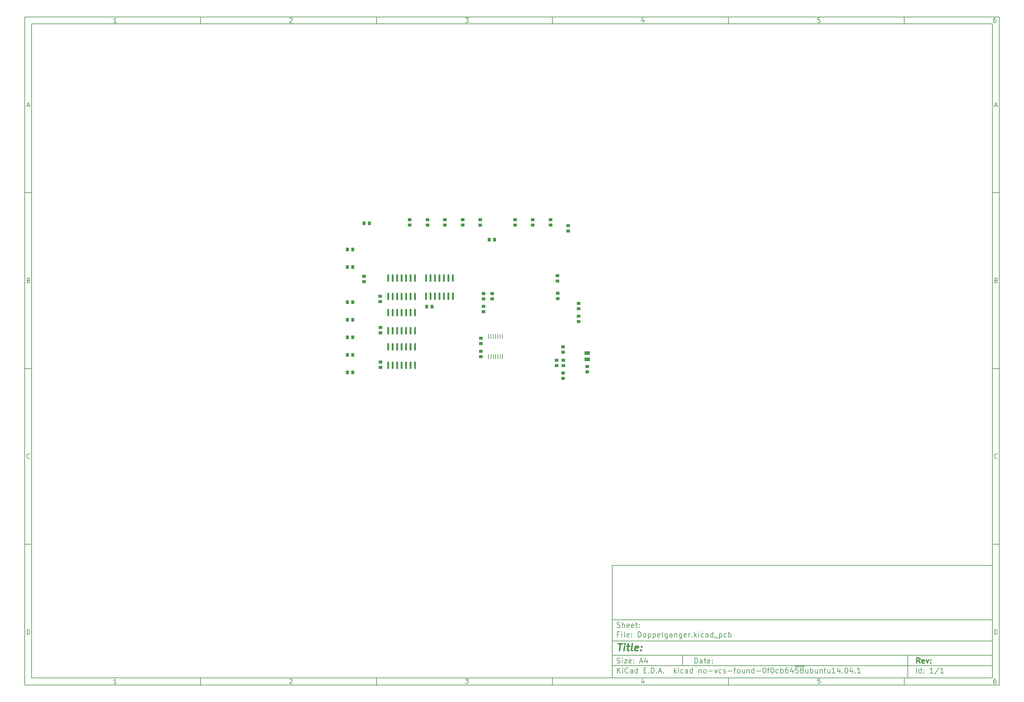
<source format=gbp>
G04 #@! TF.GenerationSoftware,KiCad,Pcbnew,no-vcs-found-0f0cb64~58~ubuntu14.04.1*
G04 #@! TF.CreationDate,2017-03-27T23:46:48+02:00*
G04 #@! TF.ProjectId,Doppelganger,446F7070656C67616E6765722E6B6963,rev?*
G04 #@! TF.FileFunction,Paste,Bot*
G04 #@! TF.FilePolarity,Positive*
%FSLAX46Y46*%
G04 Gerber Fmt 4.6, Leading zero omitted, Abs format (unit mm)*
G04 Created by KiCad (PCBNEW no-vcs-found-0f0cb64~58~ubuntu14.04.1) date Mon Mar 27 23:46:48 2017*
%MOMM*%
%LPD*%
G01*
G04 APERTURE LIST*
%ADD10C,0.100000*%
%ADD11C,0.150000*%
%ADD12C,0.300000*%
%ADD13C,0.400000*%
%ADD14R,0.864400X1.016800*%
%ADD15R,1.016800X0.864400*%
%ADD16R,0.550000X2.150000*%
%ADD17R,0.250000X1.450000*%
%ADD18R,1.524800X1.016800*%
G04 APERTURE END LIST*
D10*
D11*
X177002200Y-166007200D02*
X177002200Y-198007200D01*
X285002200Y-198007200D01*
X285002200Y-166007200D01*
X177002200Y-166007200D01*
D10*
D11*
X10000000Y-10000000D02*
X10000000Y-200007200D01*
X287002200Y-200007200D01*
X287002200Y-10000000D01*
X10000000Y-10000000D01*
D10*
D11*
X12000000Y-12000000D02*
X12000000Y-198007200D01*
X285002200Y-198007200D01*
X285002200Y-12000000D01*
X12000000Y-12000000D01*
D10*
D11*
X60000000Y-12000000D02*
X60000000Y-10000000D01*
D10*
D11*
X110000000Y-12000000D02*
X110000000Y-10000000D01*
D10*
D11*
X160000000Y-12000000D02*
X160000000Y-10000000D01*
D10*
D11*
X210000000Y-12000000D02*
X210000000Y-10000000D01*
D10*
D11*
X260000000Y-12000000D02*
X260000000Y-10000000D01*
D10*
D11*
X36065476Y-11588095D02*
X35322619Y-11588095D01*
X35694047Y-11588095D02*
X35694047Y-10288095D01*
X35570238Y-10473809D01*
X35446428Y-10597619D01*
X35322619Y-10659523D01*
D10*
D11*
X85322619Y-10411904D02*
X85384523Y-10350000D01*
X85508333Y-10288095D01*
X85817857Y-10288095D01*
X85941666Y-10350000D01*
X86003571Y-10411904D01*
X86065476Y-10535714D01*
X86065476Y-10659523D01*
X86003571Y-10845238D01*
X85260714Y-11588095D01*
X86065476Y-11588095D01*
D10*
D11*
X135260714Y-10288095D02*
X136065476Y-10288095D01*
X135632142Y-10783333D01*
X135817857Y-10783333D01*
X135941666Y-10845238D01*
X136003571Y-10907142D01*
X136065476Y-11030952D01*
X136065476Y-11340476D01*
X136003571Y-11464285D01*
X135941666Y-11526190D01*
X135817857Y-11588095D01*
X135446428Y-11588095D01*
X135322619Y-11526190D01*
X135260714Y-11464285D01*
D10*
D11*
X185941666Y-10721428D02*
X185941666Y-11588095D01*
X185632142Y-10226190D02*
X185322619Y-11154761D01*
X186127380Y-11154761D01*
D10*
D11*
X236003571Y-10288095D02*
X235384523Y-10288095D01*
X235322619Y-10907142D01*
X235384523Y-10845238D01*
X235508333Y-10783333D01*
X235817857Y-10783333D01*
X235941666Y-10845238D01*
X236003571Y-10907142D01*
X236065476Y-11030952D01*
X236065476Y-11340476D01*
X236003571Y-11464285D01*
X235941666Y-11526190D01*
X235817857Y-11588095D01*
X235508333Y-11588095D01*
X235384523Y-11526190D01*
X235322619Y-11464285D01*
D10*
D11*
X285941666Y-10288095D02*
X285694047Y-10288095D01*
X285570238Y-10350000D01*
X285508333Y-10411904D01*
X285384523Y-10597619D01*
X285322619Y-10845238D01*
X285322619Y-11340476D01*
X285384523Y-11464285D01*
X285446428Y-11526190D01*
X285570238Y-11588095D01*
X285817857Y-11588095D01*
X285941666Y-11526190D01*
X286003571Y-11464285D01*
X286065476Y-11340476D01*
X286065476Y-11030952D01*
X286003571Y-10907142D01*
X285941666Y-10845238D01*
X285817857Y-10783333D01*
X285570238Y-10783333D01*
X285446428Y-10845238D01*
X285384523Y-10907142D01*
X285322619Y-11030952D01*
D10*
D11*
X60000000Y-198007200D02*
X60000000Y-200007200D01*
D10*
D11*
X110000000Y-198007200D02*
X110000000Y-200007200D01*
D10*
D11*
X160000000Y-198007200D02*
X160000000Y-200007200D01*
D10*
D11*
X210000000Y-198007200D02*
X210000000Y-200007200D01*
D10*
D11*
X260000000Y-198007200D02*
X260000000Y-200007200D01*
D10*
D11*
X36065476Y-199595295D02*
X35322619Y-199595295D01*
X35694047Y-199595295D02*
X35694047Y-198295295D01*
X35570238Y-198481009D01*
X35446428Y-198604819D01*
X35322619Y-198666723D01*
D10*
D11*
X85322619Y-198419104D02*
X85384523Y-198357200D01*
X85508333Y-198295295D01*
X85817857Y-198295295D01*
X85941666Y-198357200D01*
X86003571Y-198419104D01*
X86065476Y-198542914D01*
X86065476Y-198666723D01*
X86003571Y-198852438D01*
X85260714Y-199595295D01*
X86065476Y-199595295D01*
D10*
D11*
X135260714Y-198295295D02*
X136065476Y-198295295D01*
X135632142Y-198790533D01*
X135817857Y-198790533D01*
X135941666Y-198852438D01*
X136003571Y-198914342D01*
X136065476Y-199038152D01*
X136065476Y-199347676D01*
X136003571Y-199471485D01*
X135941666Y-199533390D01*
X135817857Y-199595295D01*
X135446428Y-199595295D01*
X135322619Y-199533390D01*
X135260714Y-199471485D01*
D10*
D11*
X185941666Y-198728628D02*
X185941666Y-199595295D01*
X185632142Y-198233390D02*
X185322619Y-199161961D01*
X186127380Y-199161961D01*
D10*
D11*
X236003571Y-198295295D02*
X235384523Y-198295295D01*
X235322619Y-198914342D01*
X235384523Y-198852438D01*
X235508333Y-198790533D01*
X235817857Y-198790533D01*
X235941666Y-198852438D01*
X236003571Y-198914342D01*
X236065476Y-199038152D01*
X236065476Y-199347676D01*
X236003571Y-199471485D01*
X235941666Y-199533390D01*
X235817857Y-199595295D01*
X235508333Y-199595295D01*
X235384523Y-199533390D01*
X235322619Y-199471485D01*
D10*
D11*
X285941666Y-198295295D02*
X285694047Y-198295295D01*
X285570238Y-198357200D01*
X285508333Y-198419104D01*
X285384523Y-198604819D01*
X285322619Y-198852438D01*
X285322619Y-199347676D01*
X285384523Y-199471485D01*
X285446428Y-199533390D01*
X285570238Y-199595295D01*
X285817857Y-199595295D01*
X285941666Y-199533390D01*
X286003571Y-199471485D01*
X286065476Y-199347676D01*
X286065476Y-199038152D01*
X286003571Y-198914342D01*
X285941666Y-198852438D01*
X285817857Y-198790533D01*
X285570238Y-198790533D01*
X285446428Y-198852438D01*
X285384523Y-198914342D01*
X285322619Y-199038152D01*
D10*
D11*
X10000000Y-60000000D02*
X12000000Y-60000000D01*
D10*
D11*
X10000000Y-110000000D02*
X12000000Y-110000000D01*
D10*
D11*
X10000000Y-160000000D02*
X12000000Y-160000000D01*
D10*
D11*
X10690476Y-35216666D02*
X11309523Y-35216666D01*
X10566666Y-35588095D02*
X11000000Y-34288095D01*
X11433333Y-35588095D01*
D10*
D11*
X11092857Y-84907142D02*
X11278571Y-84969047D01*
X11340476Y-85030952D01*
X11402380Y-85154761D01*
X11402380Y-85340476D01*
X11340476Y-85464285D01*
X11278571Y-85526190D01*
X11154761Y-85588095D01*
X10659523Y-85588095D01*
X10659523Y-84288095D01*
X11092857Y-84288095D01*
X11216666Y-84350000D01*
X11278571Y-84411904D01*
X11340476Y-84535714D01*
X11340476Y-84659523D01*
X11278571Y-84783333D01*
X11216666Y-84845238D01*
X11092857Y-84907142D01*
X10659523Y-84907142D01*
D10*
D11*
X11402380Y-135464285D02*
X11340476Y-135526190D01*
X11154761Y-135588095D01*
X11030952Y-135588095D01*
X10845238Y-135526190D01*
X10721428Y-135402380D01*
X10659523Y-135278571D01*
X10597619Y-135030952D01*
X10597619Y-134845238D01*
X10659523Y-134597619D01*
X10721428Y-134473809D01*
X10845238Y-134350000D01*
X11030952Y-134288095D01*
X11154761Y-134288095D01*
X11340476Y-134350000D01*
X11402380Y-134411904D01*
D10*
D11*
X10659523Y-185588095D02*
X10659523Y-184288095D01*
X10969047Y-184288095D01*
X11154761Y-184350000D01*
X11278571Y-184473809D01*
X11340476Y-184597619D01*
X11402380Y-184845238D01*
X11402380Y-185030952D01*
X11340476Y-185278571D01*
X11278571Y-185402380D01*
X11154761Y-185526190D01*
X10969047Y-185588095D01*
X10659523Y-185588095D01*
D10*
D11*
X287002200Y-60000000D02*
X285002200Y-60000000D01*
D10*
D11*
X287002200Y-110000000D02*
X285002200Y-110000000D01*
D10*
D11*
X287002200Y-160000000D02*
X285002200Y-160000000D01*
D10*
D11*
X285692676Y-35216666D02*
X286311723Y-35216666D01*
X285568866Y-35588095D02*
X286002200Y-34288095D01*
X286435533Y-35588095D01*
D10*
D11*
X286095057Y-84907142D02*
X286280771Y-84969047D01*
X286342676Y-85030952D01*
X286404580Y-85154761D01*
X286404580Y-85340476D01*
X286342676Y-85464285D01*
X286280771Y-85526190D01*
X286156961Y-85588095D01*
X285661723Y-85588095D01*
X285661723Y-84288095D01*
X286095057Y-84288095D01*
X286218866Y-84350000D01*
X286280771Y-84411904D01*
X286342676Y-84535714D01*
X286342676Y-84659523D01*
X286280771Y-84783333D01*
X286218866Y-84845238D01*
X286095057Y-84907142D01*
X285661723Y-84907142D01*
D10*
D11*
X286404580Y-135464285D02*
X286342676Y-135526190D01*
X286156961Y-135588095D01*
X286033152Y-135588095D01*
X285847438Y-135526190D01*
X285723628Y-135402380D01*
X285661723Y-135278571D01*
X285599819Y-135030952D01*
X285599819Y-134845238D01*
X285661723Y-134597619D01*
X285723628Y-134473809D01*
X285847438Y-134350000D01*
X286033152Y-134288095D01*
X286156961Y-134288095D01*
X286342676Y-134350000D01*
X286404580Y-134411904D01*
D10*
D11*
X285661723Y-185588095D02*
X285661723Y-184288095D01*
X285971247Y-184288095D01*
X286156961Y-184350000D01*
X286280771Y-184473809D01*
X286342676Y-184597619D01*
X286404580Y-184845238D01*
X286404580Y-185030952D01*
X286342676Y-185278571D01*
X286280771Y-185402380D01*
X286156961Y-185526190D01*
X285971247Y-185588095D01*
X285661723Y-185588095D01*
D10*
D11*
X200434342Y-193785771D02*
X200434342Y-192285771D01*
X200791485Y-192285771D01*
X201005771Y-192357200D01*
X201148628Y-192500057D01*
X201220057Y-192642914D01*
X201291485Y-192928628D01*
X201291485Y-193142914D01*
X201220057Y-193428628D01*
X201148628Y-193571485D01*
X201005771Y-193714342D01*
X200791485Y-193785771D01*
X200434342Y-193785771D01*
X202577200Y-193785771D02*
X202577200Y-193000057D01*
X202505771Y-192857200D01*
X202362914Y-192785771D01*
X202077200Y-192785771D01*
X201934342Y-192857200D01*
X202577200Y-193714342D02*
X202434342Y-193785771D01*
X202077200Y-193785771D01*
X201934342Y-193714342D01*
X201862914Y-193571485D01*
X201862914Y-193428628D01*
X201934342Y-193285771D01*
X202077200Y-193214342D01*
X202434342Y-193214342D01*
X202577200Y-193142914D01*
X203077200Y-192785771D02*
X203648628Y-192785771D01*
X203291485Y-192285771D02*
X203291485Y-193571485D01*
X203362914Y-193714342D01*
X203505771Y-193785771D01*
X203648628Y-193785771D01*
X204720057Y-193714342D02*
X204577200Y-193785771D01*
X204291485Y-193785771D01*
X204148628Y-193714342D01*
X204077200Y-193571485D01*
X204077200Y-193000057D01*
X204148628Y-192857200D01*
X204291485Y-192785771D01*
X204577200Y-192785771D01*
X204720057Y-192857200D01*
X204791485Y-193000057D01*
X204791485Y-193142914D01*
X204077200Y-193285771D01*
X205434342Y-193642914D02*
X205505771Y-193714342D01*
X205434342Y-193785771D01*
X205362914Y-193714342D01*
X205434342Y-193642914D01*
X205434342Y-193785771D01*
X205434342Y-192857200D02*
X205505771Y-192928628D01*
X205434342Y-193000057D01*
X205362914Y-192928628D01*
X205434342Y-192857200D01*
X205434342Y-193000057D01*
D10*
D11*
X177002200Y-194507200D02*
X285002200Y-194507200D01*
D10*
D11*
X178434342Y-196585771D02*
X178434342Y-195085771D01*
X179291485Y-196585771D02*
X178648628Y-195728628D01*
X179291485Y-195085771D02*
X178434342Y-195942914D01*
X179934342Y-196585771D02*
X179934342Y-195585771D01*
X179934342Y-195085771D02*
X179862914Y-195157200D01*
X179934342Y-195228628D01*
X180005771Y-195157200D01*
X179934342Y-195085771D01*
X179934342Y-195228628D01*
X181505771Y-196442914D02*
X181434342Y-196514342D01*
X181220057Y-196585771D01*
X181077200Y-196585771D01*
X180862914Y-196514342D01*
X180720057Y-196371485D01*
X180648628Y-196228628D01*
X180577200Y-195942914D01*
X180577200Y-195728628D01*
X180648628Y-195442914D01*
X180720057Y-195300057D01*
X180862914Y-195157200D01*
X181077200Y-195085771D01*
X181220057Y-195085771D01*
X181434342Y-195157200D01*
X181505771Y-195228628D01*
X182791485Y-196585771D02*
X182791485Y-195800057D01*
X182720057Y-195657200D01*
X182577200Y-195585771D01*
X182291485Y-195585771D01*
X182148628Y-195657200D01*
X182791485Y-196514342D02*
X182648628Y-196585771D01*
X182291485Y-196585771D01*
X182148628Y-196514342D01*
X182077200Y-196371485D01*
X182077200Y-196228628D01*
X182148628Y-196085771D01*
X182291485Y-196014342D01*
X182648628Y-196014342D01*
X182791485Y-195942914D01*
X184148628Y-196585771D02*
X184148628Y-195085771D01*
X184148628Y-196514342D02*
X184005771Y-196585771D01*
X183720057Y-196585771D01*
X183577200Y-196514342D01*
X183505771Y-196442914D01*
X183434342Y-196300057D01*
X183434342Y-195871485D01*
X183505771Y-195728628D01*
X183577200Y-195657200D01*
X183720057Y-195585771D01*
X184005771Y-195585771D01*
X184148628Y-195657200D01*
X186005771Y-195800057D02*
X186505771Y-195800057D01*
X186720057Y-196585771D02*
X186005771Y-196585771D01*
X186005771Y-195085771D01*
X186720057Y-195085771D01*
X187362914Y-196442914D02*
X187434342Y-196514342D01*
X187362914Y-196585771D01*
X187291485Y-196514342D01*
X187362914Y-196442914D01*
X187362914Y-196585771D01*
X188077200Y-196585771D02*
X188077200Y-195085771D01*
X188434342Y-195085771D01*
X188648628Y-195157200D01*
X188791485Y-195300057D01*
X188862914Y-195442914D01*
X188934342Y-195728628D01*
X188934342Y-195942914D01*
X188862914Y-196228628D01*
X188791485Y-196371485D01*
X188648628Y-196514342D01*
X188434342Y-196585771D01*
X188077200Y-196585771D01*
X189577200Y-196442914D02*
X189648628Y-196514342D01*
X189577200Y-196585771D01*
X189505771Y-196514342D01*
X189577200Y-196442914D01*
X189577200Y-196585771D01*
X190220057Y-196157200D02*
X190934342Y-196157200D01*
X190077200Y-196585771D02*
X190577200Y-195085771D01*
X191077200Y-196585771D01*
X191577200Y-196442914D02*
X191648628Y-196514342D01*
X191577200Y-196585771D01*
X191505771Y-196514342D01*
X191577200Y-196442914D01*
X191577200Y-196585771D01*
X194577200Y-196585771D02*
X194577200Y-195085771D01*
X194720057Y-196014342D02*
X195148628Y-196585771D01*
X195148628Y-195585771D02*
X194577200Y-196157200D01*
X195791485Y-196585771D02*
X195791485Y-195585771D01*
X195791485Y-195085771D02*
X195720057Y-195157200D01*
X195791485Y-195228628D01*
X195862914Y-195157200D01*
X195791485Y-195085771D01*
X195791485Y-195228628D01*
X197148628Y-196514342D02*
X197005771Y-196585771D01*
X196720057Y-196585771D01*
X196577200Y-196514342D01*
X196505771Y-196442914D01*
X196434342Y-196300057D01*
X196434342Y-195871485D01*
X196505771Y-195728628D01*
X196577200Y-195657200D01*
X196720057Y-195585771D01*
X197005771Y-195585771D01*
X197148628Y-195657200D01*
X198434342Y-196585771D02*
X198434342Y-195800057D01*
X198362914Y-195657200D01*
X198220057Y-195585771D01*
X197934342Y-195585771D01*
X197791485Y-195657200D01*
X198434342Y-196514342D02*
X198291485Y-196585771D01*
X197934342Y-196585771D01*
X197791485Y-196514342D01*
X197720057Y-196371485D01*
X197720057Y-196228628D01*
X197791485Y-196085771D01*
X197934342Y-196014342D01*
X198291485Y-196014342D01*
X198434342Y-195942914D01*
X199791485Y-196585771D02*
X199791485Y-195085771D01*
X199791485Y-196514342D02*
X199648628Y-196585771D01*
X199362914Y-196585771D01*
X199220057Y-196514342D01*
X199148628Y-196442914D01*
X199077200Y-196300057D01*
X199077200Y-195871485D01*
X199148628Y-195728628D01*
X199220057Y-195657200D01*
X199362914Y-195585771D01*
X199648628Y-195585771D01*
X199791485Y-195657200D01*
X201648628Y-195585771D02*
X201648628Y-196585771D01*
X201648628Y-195728628D02*
X201720057Y-195657200D01*
X201862914Y-195585771D01*
X202077200Y-195585771D01*
X202220057Y-195657200D01*
X202291485Y-195800057D01*
X202291485Y-196585771D01*
X203220057Y-196585771D02*
X203077200Y-196514342D01*
X203005771Y-196442914D01*
X202934342Y-196300057D01*
X202934342Y-195871485D01*
X203005771Y-195728628D01*
X203077200Y-195657200D01*
X203220057Y-195585771D01*
X203434342Y-195585771D01*
X203577200Y-195657200D01*
X203648628Y-195728628D01*
X203720057Y-195871485D01*
X203720057Y-196300057D01*
X203648628Y-196442914D01*
X203577200Y-196514342D01*
X203434342Y-196585771D01*
X203220057Y-196585771D01*
X204362914Y-196014342D02*
X205505771Y-196014342D01*
X206077200Y-195585771D02*
X206434342Y-196585771D01*
X206791485Y-195585771D01*
X208005771Y-196514342D02*
X207862914Y-196585771D01*
X207577200Y-196585771D01*
X207434342Y-196514342D01*
X207362914Y-196442914D01*
X207291485Y-196300057D01*
X207291485Y-195871485D01*
X207362914Y-195728628D01*
X207434342Y-195657200D01*
X207577200Y-195585771D01*
X207862914Y-195585771D01*
X208005771Y-195657200D01*
X208577200Y-196514342D02*
X208720057Y-196585771D01*
X209005771Y-196585771D01*
X209148628Y-196514342D01*
X209220057Y-196371485D01*
X209220057Y-196300057D01*
X209148628Y-196157200D01*
X209005771Y-196085771D01*
X208791485Y-196085771D01*
X208648628Y-196014342D01*
X208577200Y-195871485D01*
X208577200Y-195800057D01*
X208648628Y-195657200D01*
X208791485Y-195585771D01*
X209005771Y-195585771D01*
X209148628Y-195657200D01*
X209862914Y-196014342D02*
X211005771Y-196014342D01*
X211505771Y-195585771D02*
X212077200Y-195585771D01*
X211720057Y-196585771D02*
X211720057Y-195300057D01*
X211791485Y-195157200D01*
X211934342Y-195085771D01*
X212077200Y-195085771D01*
X212791485Y-196585771D02*
X212648628Y-196514342D01*
X212577200Y-196442914D01*
X212505771Y-196300057D01*
X212505771Y-195871485D01*
X212577200Y-195728628D01*
X212648628Y-195657200D01*
X212791485Y-195585771D01*
X213005771Y-195585771D01*
X213148628Y-195657200D01*
X213220057Y-195728628D01*
X213291485Y-195871485D01*
X213291485Y-196300057D01*
X213220057Y-196442914D01*
X213148628Y-196514342D01*
X213005771Y-196585771D01*
X212791485Y-196585771D01*
X214577200Y-195585771D02*
X214577200Y-196585771D01*
X213934342Y-195585771D02*
X213934342Y-196371485D01*
X214005771Y-196514342D01*
X214148628Y-196585771D01*
X214362914Y-196585771D01*
X214505771Y-196514342D01*
X214577200Y-196442914D01*
X215291485Y-195585771D02*
X215291485Y-196585771D01*
X215291485Y-195728628D02*
X215362914Y-195657200D01*
X215505771Y-195585771D01*
X215720057Y-195585771D01*
X215862914Y-195657200D01*
X215934342Y-195800057D01*
X215934342Y-196585771D01*
X217291485Y-196585771D02*
X217291485Y-195085771D01*
X217291485Y-196514342D02*
X217148628Y-196585771D01*
X216862914Y-196585771D01*
X216720057Y-196514342D01*
X216648628Y-196442914D01*
X216577200Y-196300057D01*
X216577200Y-195871485D01*
X216648628Y-195728628D01*
X216720057Y-195657200D01*
X216862914Y-195585771D01*
X217148628Y-195585771D01*
X217291485Y-195657200D01*
X218005771Y-196014342D02*
X219148628Y-196014342D01*
X220148628Y-195085771D02*
X220291485Y-195085771D01*
X220434342Y-195157200D01*
X220505771Y-195228628D01*
X220577200Y-195371485D01*
X220648628Y-195657200D01*
X220648628Y-196014342D01*
X220577200Y-196300057D01*
X220505771Y-196442914D01*
X220434342Y-196514342D01*
X220291485Y-196585771D01*
X220148628Y-196585771D01*
X220005771Y-196514342D01*
X219934342Y-196442914D01*
X219862914Y-196300057D01*
X219791485Y-196014342D01*
X219791485Y-195657200D01*
X219862914Y-195371485D01*
X219934342Y-195228628D01*
X220005771Y-195157200D01*
X220148628Y-195085771D01*
X221077200Y-195585771D02*
X221648628Y-195585771D01*
X221291485Y-196585771D02*
X221291485Y-195300057D01*
X221362914Y-195157200D01*
X221505771Y-195085771D01*
X221648628Y-195085771D01*
X222434342Y-195085771D02*
X222577200Y-195085771D01*
X222720057Y-195157200D01*
X222791485Y-195228628D01*
X222862914Y-195371485D01*
X222934342Y-195657200D01*
X222934342Y-196014342D01*
X222862914Y-196300057D01*
X222791485Y-196442914D01*
X222720057Y-196514342D01*
X222577200Y-196585771D01*
X222434342Y-196585771D01*
X222291485Y-196514342D01*
X222220057Y-196442914D01*
X222148628Y-196300057D01*
X222077200Y-196014342D01*
X222077200Y-195657200D01*
X222148628Y-195371485D01*
X222220057Y-195228628D01*
X222291485Y-195157200D01*
X222434342Y-195085771D01*
X224220057Y-196514342D02*
X224077200Y-196585771D01*
X223791485Y-196585771D01*
X223648628Y-196514342D01*
X223577200Y-196442914D01*
X223505771Y-196300057D01*
X223505771Y-195871485D01*
X223577200Y-195728628D01*
X223648628Y-195657200D01*
X223791485Y-195585771D01*
X224077200Y-195585771D01*
X224220057Y-195657200D01*
X224862914Y-196585771D02*
X224862914Y-195085771D01*
X224862914Y-195657200D02*
X225005771Y-195585771D01*
X225291485Y-195585771D01*
X225434342Y-195657200D01*
X225505771Y-195728628D01*
X225577200Y-195871485D01*
X225577200Y-196300057D01*
X225505771Y-196442914D01*
X225434342Y-196514342D01*
X225291485Y-196585771D01*
X225005771Y-196585771D01*
X224862914Y-196514342D01*
X226862914Y-195085771D02*
X226577200Y-195085771D01*
X226434342Y-195157200D01*
X226362914Y-195228628D01*
X226220057Y-195442914D01*
X226148628Y-195728628D01*
X226148628Y-196300057D01*
X226220057Y-196442914D01*
X226291485Y-196514342D01*
X226434342Y-196585771D01*
X226720057Y-196585771D01*
X226862914Y-196514342D01*
X226934342Y-196442914D01*
X227005771Y-196300057D01*
X227005771Y-195942914D01*
X226934342Y-195800057D01*
X226862914Y-195728628D01*
X226720057Y-195657200D01*
X226434342Y-195657200D01*
X226291485Y-195728628D01*
X226220057Y-195800057D01*
X226148628Y-195942914D01*
X228291485Y-195585771D02*
X228291485Y-196585771D01*
X227934342Y-195014342D02*
X227577200Y-196085771D01*
X228505771Y-196085771D01*
X228967557Y-194677200D02*
X230148628Y-194677200D01*
X229791485Y-195085771D02*
X229077200Y-195085771D01*
X229005771Y-195800057D01*
X229077200Y-195728628D01*
X229220057Y-195657200D01*
X229577200Y-195657200D01*
X229720057Y-195728628D01*
X229791485Y-195800057D01*
X229862914Y-195942914D01*
X229862914Y-196300057D01*
X229791485Y-196442914D01*
X229720057Y-196514342D01*
X229577200Y-196585771D01*
X229220057Y-196585771D01*
X229077200Y-196514342D01*
X229005771Y-196442914D01*
X230148628Y-194677200D02*
X231577200Y-194677200D01*
X230720057Y-195728628D02*
X230577200Y-195657200D01*
X230505771Y-195585771D01*
X230434342Y-195442914D01*
X230434342Y-195371485D01*
X230505771Y-195228628D01*
X230577200Y-195157200D01*
X230720057Y-195085771D01*
X231005771Y-195085771D01*
X231148628Y-195157200D01*
X231220057Y-195228628D01*
X231291485Y-195371485D01*
X231291485Y-195442914D01*
X231220057Y-195585771D01*
X231148628Y-195657200D01*
X231005771Y-195728628D01*
X230720057Y-195728628D01*
X230577200Y-195800057D01*
X230505771Y-195871485D01*
X230434342Y-196014342D01*
X230434342Y-196300057D01*
X230505771Y-196442914D01*
X230577200Y-196514342D01*
X230720057Y-196585771D01*
X231005771Y-196585771D01*
X231148628Y-196514342D01*
X231220057Y-196442914D01*
X231291485Y-196300057D01*
X231291485Y-196014342D01*
X231220057Y-195871485D01*
X231148628Y-195800057D01*
X231005771Y-195728628D01*
X232577200Y-195585771D02*
X232577200Y-196585771D01*
X231934342Y-195585771D02*
X231934342Y-196371485D01*
X232005771Y-196514342D01*
X232148628Y-196585771D01*
X232362914Y-196585771D01*
X232505771Y-196514342D01*
X232577200Y-196442914D01*
X233291485Y-196585771D02*
X233291485Y-195085771D01*
X233291485Y-195657200D02*
X233434342Y-195585771D01*
X233720057Y-195585771D01*
X233862914Y-195657200D01*
X233934342Y-195728628D01*
X234005771Y-195871485D01*
X234005771Y-196300057D01*
X233934342Y-196442914D01*
X233862914Y-196514342D01*
X233720057Y-196585771D01*
X233434342Y-196585771D01*
X233291485Y-196514342D01*
X235291485Y-195585771D02*
X235291485Y-196585771D01*
X234648628Y-195585771D02*
X234648628Y-196371485D01*
X234720057Y-196514342D01*
X234862914Y-196585771D01*
X235077200Y-196585771D01*
X235220057Y-196514342D01*
X235291485Y-196442914D01*
X236005771Y-195585771D02*
X236005771Y-196585771D01*
X236005771Y-195728628D02*
X236077200Y-195657200D01*
X236220057Y-195585771D01*
X236434342Y-195585771D01*
X236577200Y-195657200D01*
X236648628Y-195800057D01*
X236648628Y-196585771D01*
X237148628Y-195585771D02*
X237720057Y-195585771D01*
X237362914Y-195085771D02*
X237362914Y-196371485D01*
X237434342Y-196514342D01*
X237577200Y-196585771D01*
X237720057Y-196585771D01*
X238862914Y-195585771D02*
X238862914Y-196585771D01*
X238220057Y-195585771D02*
X238220057Y-196371485D01*
X238291485Y-196514342D01*
X238434342Y-196585771D01*
X238648628Y-196585771D01*
X238791485Y-196514342D01*
X238862914Y-196442914D01*
X240362914Y-196585771D02*
X239505771Y-196585771D01*
X239934342Y-196585771D02*
X239934342Y-195085771D01*
X239791485Y-195300057D01*
X239648628Y-195442914D01*
X239505771Y-195514342D01*
X241648628Y-195585771D02*
X241648628Y-196585771D01*
X241291485Y-195014342D02*
X240934342Y-196085771D01*
X241862914Y-196085771D01*
X242434342Y-196442914D02*
X242505771Y-196514342D01*
X242434342Y-196585771D01*
X242362914Y-196514342D01*
X242434342Y-196442914D01*
X242434342Y-196585771D01*
X243434342Y-195085771D02*
X243577200Y-195085771D01*
X243720057Y-195157200D01*
X243791485Y-195228628D01*
X243862914Y-195371485D01*
X243934342Y-195657200D01*
X243934342Y-196014342D01*
X243862914Y-196300057D01*
X243791485Y-196442914D01*
X243720057Y-196514342D01*
X243577200Y-196585771D01*
X243434342Y-196585771D01*
X243291485Y-196514342D01*
X243220057Y-196442914D01*
X243148628Y-196300057D01*
X243077200Y-196014342D01*
X243077200Y-195657200D01*
X243148628Y-195371485D01*
X243220057Y-195228628D01*
X243291485Y-195157200D01*
X243434342Y-195085771D01*
X245220057Y-195585771D02*
X245220057Y-196585771D01*
X244862914Y-195014342D02*
X244505771Y-196085771D01*
X245434342Y-196085771D01*
X246005771Y-196442914D02*
X246077200Y-196514342D01*
X246005771Y-196585771D01*
X245934342Y-196514342D01*
X246005771Y-196442914D01*
X246005771Y-196585771D01*
X247505771Y-196585771D02*
X246648628Y-196585771D01*
X247077200Y-196585771D02*
X247077200Y-195085771D01*
X246934342Y-195300057D01*
X246791485Y-195442914D01*
X246648628Y-195514342D01*
D10*
D11*
X177002200Y-191507200D02*
X285002200Y-191507200D01*
D10*
D12*
X264411485Y-193785771D02*
X263911485Y-193071485D01*
X263554342Y-193785771D02*
X263554342Y-192285771D01*
X264125771Y-192285771D01*
X264268628Y-192357200D01*
X264340057Y-192428628D01*
X264411485Y-192571485D01*
X264411485Y-192785771D01*
X264340057Y-192928628D01*
X264268628Y-193000057D01*
X264125771Y-193071485D01*
X263554342Y-193071485D01*
X265625771Y-193714342D02*
X265482914Y-193785771D01*
X265197200Y-193785771D01*
X265054342Y-193714342D01*
X264982914Y-193571485D01*
X264982914Y-193000057D01*
X265054342Y-192857200D01*
X265197200Y-192785771D01*
X265482914Y-192785771D01*
X265625771Y-192857200D01*
X265697200Y-193000057D01*
X265697200Y-193142914D01*
X264982914Y-193285771D01*
X266197200Y-192785771D02*
X266554342Y-193785771D01*
X266911485Y-192785771D01*
X267482914Y-193642914D02*
X267554342Y-193714342D01*
X267482914Y-193785771D01*
X267411485Y-193714342D01*
X267482914Y-193642914D01*
X267482914Y-193785771D01*
X267482914Y-192857200D02*
X267554342Y-192928628D01*
X267482914Y-193000057D01*
X267411485Y-192928628D01*
X267482914Y-192857200D01*
X267482914Y-193000057D01*
D10*
D11*
X178362914Y-193714342D02*
X178577200Y-193785771D01*
X178934342Y-193785771D01*
X179077200Y-193714342D01*
X179148628Y-193642914D01*
X179220057Y-193500057D01*
X179220057Y-193357200D01*
X179148628Y-193214342D01*
X179077200Y-193142914D01*
X178934342Y-193071485D01*
X178648628Y-193000057D01*
X178505771Y-192928628D01*
X178434342Y-192857200D01*
X178362914Y-192714342D01*
X178362914Y-192571485D01*
X178434342Y-192428628D01*
X178505771Y-192357200D01*
X178648628Y-192285771D01*
X179005771Y-192285771D01*
X179220057Y-192357200D01*
X179862914Y-193785771D02*
X179862914Y-192785771D01*
X179862914Y-192285771D02*
X179791485Y-192357200D01*
X179862914Y-192428628D01*
X179934342Y-192357200D01*
X179862914Y-192285771D01*
X179862914Y-192428628D01*
X180434342Y-192785771D02*
X181220057Y-192785771D01*
X180434342Y-193785771D01*
X181220057Y-193785771D01*
X182362914Y-193714342D02*
X182220057Y-193785771D01*
X181934342Y-193785771D01*
X181791485Y-193714342D01*
X181720057Y-193571485D01*
X181720057Y-193000057D01*
X181791485Y-192857200D01*
X181934342Y-192785771D01*
X182220057Y-192785771D01*
X182362914Y-192857200D01*
X182434342Y-193000057D01*
X182434342Y-193142914D01*
X181720057Y-193285771D01*
X183077200Y-193642914D02*
X183148628Y-193714342D01*
X183077200Y-193785771D01*
X183005771Y-193714342D01*
X183077200Y-193642914D01*
X183077200Y-193785771D01*
X183077200Y-192857200D02*
X183148628Y-192928628D01*
X183077200Y-193000057D01*
X183005771Y-192928628D01*
X183077200Y-192857200D01*
X183077200Y-193000057D01*
X184862914Y-193357200D02*
X185577200Y-193357200D01*
X184720057Y-193785771D02*
X185220057Y-192285771D01*
X185720057Y-193785771D01*
X186862914Y-192785771D02*
X186862914Y-193785771D01*
X186505771Y-192214342D02*
X186148628Y-193285771D01*
X187077200Y-193285771D01*
D10*
D11*
X263434342Y-196585771D02*
X263434342Y-195085771D01*
X264791485Y-196585771D02*
X264791485Y-195085771D01*
X264791485Y-196514342D02*
X264648628Y-196585771D01*
X264362914Y-196585771D01*
X264220057Y-196514342D01*
X264148628Y-196442914D01*
X264077200Y-196300057D01*
X264077200Y-195871485D01*
X264148628Y-195728628D01*
X264220057Y-195657200D01*
X264362914Y-195585771D01*
X264648628Y-195585771D01*
X264791485Y-195657200D01*
X265505771Y-196442914D02*
X265577200Y-196514342D01*
X265505771Y-196585771D01*
X265434342Y-196514342D01*
X265505771Y-196442914D01*
X265505771Y-196585771D01*
X265505771Y-195657200D02*
X265577200Y-195728628D01*
X265505771Y-195800057D01*
X265434342Y-195728628D01*
X265505771Y-195657200D01*
X265505771Y-195800057D01*
X268148628Y-196585771D02*
X267291485Y-196585771D01*
X267720057Y-196585771D02*
X267720057Y-195085771D01*
X267577200Y-195300057D01*
X267434342Y-195442914D01*
X267291485Y-195514342D01*
X269862914Y-195014342D02*
X268577200Y-196942914D01*
X271148628Y-196585771D02*
X270291485Y-196585771D01*
X270720057Y-196585771D02*
X270720057Y-195085771D01*
X270577200Y-195300057D01*
X270434342Y-195442914D01*
X270291485Y-195514342D01*
D10*
D11*
X177002200Y-187507200D02*
X285002200Y-187507200D01*
D10*
D13*
X178714580Y-188211961D02*
X179857438Y-188211961D01*
X179036009Y-190211961D02*
X179286009Y-188211961D01*
X180274104Y-190211961D02*
X180440771Y-188878628D01*
X180524104Y-188211961D02*
X180416961Y-188307200D01*
X180500295Y-188402438D01*
X180607438Y-188307200D01*
X180524104Y-188211961D01*
X180500295Y-188402438D01*
X181107438Y-188878628D02*
X181869342Y-188878628D01*
X181476485Y-188211961D02*
X181262200Y-189926247D01*
X181333628Y-190116723D01*
X181512200Y-190211961D01*
X181702676Y-190211961D01*
X182655057Y-190211961D02*
X182476485Y-190116723D01*
X182405057Y-189926247D01*
X182619342Y-188211961D01*
X184190771Y-190116723D02*
X183988390Y-190211961D01*
X183607438Y-190211961D01*
X183428866Y-190116723D01*
X183357438Y-189926247D01*
X183452676Y-189164342D01*
X183571723Y-188973866D01*
X183774104Y-188878628D01*
X184155057Y-188878628D01*
X184333628Y-188973866D01*
X184405057Y-189164342D01*
X184381247Y-189354819D01*
X183405057Y-189545295D01*
X185155057Y-190021485D02*
X185238390Y-190116723D01*
X185131247Y-190211961D01*
X185047914Y-190116723D01*
X185155057Y-190021485D01*
X185131247Y-190211961D01*
X185286009Y-188973866D02*
X185369342Y-189069104D01*
X185262200Y-189164342D01*
X185178866Y-189069104D01*
X185286009Y-188973866D01*
X185262200Y-189164342D01*
D10*
D11*
X178934342Y-185600057D02*
X178434342Y-185600057D01*
X178434342Y-186385771D02*
X178434342Y-184885771D01*
X179148628Y-184885771D01*
X179720057Y-186385771D02*
X179720057Y-185385771D01*
X179720057Y-184885771D02*
X179648628Y-184957200D01*
X179720057Y-185028628D01*
X179791485Y-184957200D01*
X179720057Y-184885771D01*
X179720057Y-185028628D01*
X180648628Y-186385771D02*
X180505771Y-186314342D01*
X180434342Y-186171485D01*
X180434342Y-184885771D01*
X181791485Y-186314342D02*
X181648628Y-186385771D01*
X181362914Y-186385771D01*
X181220057Y-186314342D01*
X181148628Y-186171485D01*
X181148628Y-185600057D01*
X181220057Y-185457200D01*
X181362914Y-185385771D01*
X181648628Y-185385771D01*
X181791485Y-185457200D01*
X181862914Y-185600057D01*
X181862914Y-185742914D01*
X181148628Y-185885771D01*
X182505771Y-186242914D02*
X182577200Y-186314342D01*
X182505771Y-186385771D01*
X182434342Y-186314342D01*
X182505771Y-186242914D01*
X182505771Y-186385771D01*
X182505771Y-185457200D02*
X182577200Y-185528628D01*
X182505771Y-185600057D01*
X182434342Y-185528628D01*
X182505771Y-185457200D01*
X182505771Y-185600057D01*
X184362914Y-186385771D02*
X184362914Y-184885771D01*
X184720057Y-184885771D01*
X184934342Y-184957200D01*
X185077200Y-185100057D01*
X185148628Y-185242914D01*
X185220057Y-185528628D01*
X185220057Y-185742914D01*
X185148628Y-186028628D01*
X185077200Y-186171485D01*
X184934342Y-186314342D01*
X184720057Y-186385771D01*
X184362914Y-186385771D01*
X186077200Y-186385771D02*
X185934342Y-186314342D01*
X185862914Y-186242914D01*
X185791485Y-186100057D01*
X185791485Y-185671485D01*
X185862914Y-185528628D01*
X185934342Y-185457200D01*
X186077200Y-185385771D01*
X186291485Y-185385771D01*
X186434342Y-185457200D01*
X186505771Y-185528628D01*
X186577200Y-185671485D01*
X186577200Y-186100057D01*
X186505771Y-186242914D01*
X186434342Y-186314342D01*
X186291485Y-186385771D01*
X186077200Y-186385771D01*
X187220057Y-185385771D02*
X187220057Y-186885771D01*
X187220057Y-185457200D02*
X187362914Y-185385771D01*
X187648628Y-185385771D01*
X187791485Y-185457200D01*
X187862914Y-185528628D01*
X187934342Y-185671485D01*
X187934342Y-186100057D01*
X187862914Y-186242914D01*
X187791485Y-186314342D01*
X187648628Y-186385771D01*
X187362914Y-186385771D01*
X187220057Y-186314342D01*
X188577200Y-185385771D02*
X188577200Y-186885771D01*
X188577200Y-185457200D02*
X188720057Y-185385771D01*
X189005771Y-185385771D01*
X189148628Y-185457200D01*
X189220057Y-185528628D01*
X189291485Y-185671485D01*
X189291485Y-186100057D01*
X189220057Y-186242914D01*
X189148628Y-186314342D01*
X189005771Y-186385771D01*
X188720057Y-186385771D01*
X188577200Y-186314342D01*
X190505771Y-186314342D02*
X190362914Y-186385771D01*
X190077200Y-186385771D01*
X189934342Y-186314342D01*
X189862914Y-186171485D01*
X189862914Y-185600057D01*
X189934342Y-185457200D01*
X190077200Y-185385771D01*
X190362914Y-185385771D01*
X190505771Y-185457200D01*
X190577200Y-185600057D01*
X190577200Y-185742914D01*
X189862914Y-185885771D01*
X191434342Y-186385771D02*
X191291485Y-186314342D01*
X191220057Y-186171485D01*
X191220057Y-184885771D01*
X192648628Y-185385771D02*
X192648628Y-186600057D01*
X192577200Y-186742914D01*
X192505771Y-186814342D01*
X192362914Y-186885771D01*
X192148628Y-186885771D01*
X192005771Y-186814342D01*
X192648628Y-186314342D02*
X192505771Y-186385771D01*
X192220057Y-186385771D01*
X192077200Y-186314342D01*
X192005771Y-186242914D01*
X191934342Y-186100057D01*
X191934342Y-185671485D01*
X192005771Y-185528628D01*
X192077200Y-185457200D01*
X192220057Y-185385771D01*
X192505771Y-185385771D01*
X192648628Y-185457200D01*
X194005771Y-186385771D02*
X194005771Y-185600057D01*
X193934342Y-185457200D01*
X193791485Y-185385771D01*
X193505771Y-185385771D01*
X193362914Y-185457200D01*
X194005771Y-186314342D02*
X193862914Y-186385771D01*
X193505771Y-186385771D01*
X193362914Y-186314342D01*
X193291485Y-186171485D01*
X193291485Y-186028628D01*
X193362914Y-185885771D01*
X193505771Y-185814342D01*
X193862914Y-185814342D01*
X194005771Y-185742914D01*
X194720057Y-185385771D02*
X194720057Y-186385771D01*
X194720057Y-185528628D02*
X194791485Y-185457200D01*
X194934342Y-185385771D01*
X195148628Y-185385771D01*
X195291485Y-185457200D01*
X195362914Y-185600057D01*
X195362914Y-186385771D01*
X196720057Y-185385771D02*
X196720057Y-186600057D01*
X196648628Y-186742914D01*
X196577200Y-186814342D01*
X196434342Y-186885771D01*
X196220057Y-186885771D01*
X196077200Y-186814342D01*
X196720057Y-186314342D02*
X196577200Y-186385771D01*
X196291485Y-186385771D01*
X196148628Y-186314342D01*
X196077200Y-186242914D01*
X196005771Y-186100057D01*
X196005771Y-185671485D01*
X196077200Y-185528628D01*
X196148628Y-185457200D01*
X196291485Y-185385771D01*
X196577200Y-185385771D01*
X196720057Y-185457200D01*
X198005771Y-186314342D02*
X197862914Y-186385771D01*
X197577200Y-186385771D01*
X197434342Y-186314342D01*
X197362914Y-186171485D01*
X197362914Y-185600057D01*
X197434342Y-185457200D01*
X197577200Y-185385771D01*
X197862914Y-185385771D01*
X198005771Y-185457200D01*
X198077200Y-185600057D01*
X198077200Y-185742914D01*
X197362914Y-185885771D01*
X198720057Y-186385771D02*
X198720057Y-185385771D01*
X198720057Y-185671485D02*
X198791485Y-185528628D01*
X198862914Y-185457200D01*
X199005771Y-185385771D01*
X199148628Y-185385771D01*
X199648628Y-186242914D02*
X199720057Y-186314342D01*
X199648628Y-186385771D01*
X199577200Y-186314342D01*
X199648628Y-186242914D01*
X199648628Y-186385771D01*
X200362914Y-186385771D02*
X200362914Y-184885771D01*
X200505771Y-185814342D02*
X200934342Y-186385771D01*
X200934342Y-185385771D02*
X200362914Y-185957200D01*
X201577200Y-186385771D02*
X201577200Y-185385771D01*
X201577200Y-184885771D02*
X201505771Y-184957200D01*
X201577200Y-185028628D01*
X201648628Y-184957200D01*
X201577200Y-184885771D01*
X201577200Y-185028628D01*
X202934342Y-186314342D02*
X202791485Y-186385771D01*
X202505771Y-186385771D01*
X202362914Y-186314342D01*
X202291485Y-186242914D01*
X202220057Y-186100057D01*
X202220057Y-185671485D01*
X202291485Y-185528628D01*
X202362914Y-185457200D01*
X202505771Y-185385771D01*
X202791485Y-185385771D01*
X202934342Y-185457200D01*
X204220057Y-186385771D02*
X204220057Y-185600057D01*
X204148628Y-185457200D01*
X204005771Y-185385771D01*
X203720057Y-185385771D01*
X203577200Y-185457200D01*
X204220057Y-186314342D02*
X204077200Y-186385771D01*
X203720057Y-186385771D01*
X203577200Y-186314342D01*
X203505771Y-186171485D01*
X203505771Y-186028628D01*
X203577200Y-185885771D01*
X203720057Y-185814342D01*
X204077200Y-185814342D01*
X204220057Y-185742914D01*
X205577200Y-186385771D02*
X205577200Y-184885771D01*
X205577200Y-186314342D02*
X205434342Y-186385771D01*
X205148628Y-186385771D01*
X205005771Y-186314342D01*
X204934342Y-186242914D01*
X204862914Y-186100057D01*
X204862914Y-185671485D01*
X204934342Y-185528628D01*
X205005771Y-185457200D01*
X205148628Y-185385771D01*
X205434342Y-185385771D01*
X205577200Y-185457200D01*
X205934342Y-186528628D02*
X207077200Y-186528628D01*
X207434342Y-185385771D02*
X207434342Y-186885771D01*
X207434342Y-185457200D02*
X207577200Y-185385771D01*
X207862914Y-185385771D01*
X208005771Y-185457200D01*
X208077200Y-185528628D01*
X208148628Y-185671485D01*
X208148628Y-186100057D01*
X208077200Y-186242914D01*
X208005771Y-186314342D01*
X207862914Y-186385771D01*
X207577200Y-186385771D01*
X207434342Y-186314342D01*
X209434342Y-186314342D02*
X209291485Y-186385771D01*
X209005771Y-186385771D01*
X208862914Y-186314342D01*
X208791485Y-186242914D01*
X208720057Y-186100057D01*
X208720057Y-185671485D01*
X208791485Y-185528628D01*
X208862914Y-185457200D01*
X209005771Y-185385771D01*
X209291485Y-185385771D01*
X209434342Y-185457200D01*
X210077200Y-186385771D02*
X210077200Y-184885771D01*
X210077200Y-185457200D02*
X210220057Y-185385771D01*
X210505771Y-185385771D01*
X210648628Y-185457200D01*
X210720057Y-185528628D01*
X210791485Y-185671485D01*
X210791485Y-186100057D01*
X210720057Y-186242914D01*
X210648628Y-186314342D01*
X210505771Y-186385771D01*
X210220057Y-186385771D01*
X210077200Y-186314342D01*
D10*
D11*
X177002200Y-181507200D02*
X285002200Y-181507200D01*
D10*
D11*
X178362914Y-183614342D02*
X178577200Y-183685771D01*
X178934342Y-183685771D01*
X179077200Y-183614342D01*
X179148628Y-183542914D01*
X179220057Y-183400057D01*
X179220057Y-183257200D01*
X179148628Y-183114342D01*
X179077200Y-183042914D01*
X178934342Y-182971485D01*
X178648628Y-182900057D01*
X178505771Y-182828628D01*
X178434342Y-182757200D01*
X178362914Y-182614342D01*
X178362914Y-182471485D01*
X178434342Y-182328628D01*
X178505771Y-182257200D01*
X178648628Y-182185771D01*
X179005771Y-182185771D01*
X179220057Y-182257200D01*
X179862914Y-183685771D02*
X179862914Y-182185771D01*
X180505771Y-183685771D02*
X180505771Y-182900057D01*
X180434342Y-182757200D01*
X180291485Y-182685771D01*
X180077200Y-182685771D01*
X179934342Y-182757200D01*
X179862914Y-182828628D01*
X181791485Y-183614342D02*
X181648628Y-183685771D01*
X181362914Y-183685771D01*
X181220057Y-183614342D01*
X181148628Y-183471485D01*
X181148628Y-182900057D01*
X181220057Y-182757200D01*
X181362914Y-182685771D01*
X181648628Y-182685771D01*
X181791485Y-182757200D01*
X181862914Y-182900057D01*
X181862914Y-183042914D01*
X181148628Y-183185771D01*
X183077200Y-183614342D02*
X182934342Y-183685771D01*
X182648628Y-183685771D01*
X182505771Y-183614342D01*
X182434342Y-183471485D01*
X182434342Y-182900057D01*
X182505771Y-182757200D01*
X182648628Y-182685771D01*
X182934342Y-182685771D01*
X183077200Y-182757200D01*
X183148628Y-182900057D01*
X183148628Y-183042914D01*
X182434342Y-183185771D01*
X183577200Y-182685771D02*
X184148628Y-182685771D01*
X183791485Y-182185771D02*
X183791485Y-183471485D01*
X183862914Y-183614342D01*
X184005771Y-183685771D01*
X184148628Y-183685771D01*
X184648628Y-183542914D02*
X184720057Y-183614342D01*
X184648628Y-183685771D01*
X184577200Y-183614342D01*
X184648628Y-183542914D01*
X184648628Y-183685771D01*
X184648628Y-182757200D02*
X184720057Y-182828628D01*
X184648628Y-182900057D01*
X184577200Y-182828628D01*
X184648628Y-182757200D01*
X184648628Y-182900057D01*
D10*
D11*
X197002200Y-191507200D02*
X197002200Y-194507200D01*
D10*
D11*
X261002200Y-191507200D02*
X261002200Y-198007200D01*
D14*
X124231400Y-92379800D03*
X125755400Y-92379800D03*
D15*
X111125000Y-109651800D03*
X111125000Y-108127800D03*
X140411200Y-88671400D03*
X140411200Y-90195400D03*
X142849600Y-88646000D03*
X142849600Y-90170000D03*
X140411200Y-93853000D03*
X140411200Y-92329000D03*
X111125000Y-99872800D03*
X111125000Y-98348800D03*
X111061500Y-89471500D03*
X111061500Y-90995500D03*
D14*
X103276400Y-96139000D03*
X101752400Y-96139000D03*
D15*
X163042600Y-105333800D03*
X163042600Y-103809800D03*
X161127440Y-107647740D03*
X161127440Y-109171740D03*
X163017200Y-112801400D03*
X163017200Y-111277400D03*
X161417000Y-85115400D03*
X161417000Y-83591400D03*
X164414200Y-70932040D03*
X164414200Y-69408040D03*
X139636500Y-106616500D03*
X139636500Y-105092500D03*
X139636500Y-101409500D03*
X139636500Y-102933500D03*
X167386000Y-91440000D03*
X167386000Y-92964000D03*
X167386000Y-96647000D03*
X167386000Y-95123000D03*
D14*
X106476800Y-68732400D03*
X108000800Y-68732400D03*
D15*
X119380000Y-67716400D03*
X119380000Y-69240400D03*
D14*
X103276400Y-76123800D03*
X101752400Y-76123800D03*
D15*
X124510800Y-67716400D03*
X124510800Y-69240400D03*
X163068000Y-107632500D03*
X163068000Y-109156500D03*
D14*
X103276400Y-81153000D03*
X101752400Y-81153000D03*
D15*
X106489500Y-83756500D03*
X106489500Y-85280500D03*
X134442200Y-67716400D03*
X134442200Y-69240400D03*
D14*
X103276400Y-91160600D03*
X101752400Y-91160600D03*
D15*
X139446000Y-67716400D03*
X139446000Y-69240400D03*
D14*
X143535400Y-73380600D03*
X142011400Y-73380600D03*
X103276400Y-101117400D03*
X101752400Y-101117400D03*
D15*
X149377400Y-67716400D03*
X149377400Y-69240400D03*
D14*
X103276400Y-106146600D03*
X101752400Y-106146600D03*
D15*
X154381200Y-67716400D03*
X154381200Y-69240400D03*
D14*
X103276400Y-111099600D03*
X101752400Y-111099600D03*
D15*
X159435800Y-67716400D03*
X159435800Y-69240400D03*
X169839640Y-110944660D03*
X169839640Y-109420660D03*
X161467800Y-90144600D03*
X161467800Y-88620600D03*
X129387600Y-67716400D03*
X129387600Y-69240400D03*
D16*
X124104400Y-89477200D03*
X124104400Y-84277200D03*
X125374400Y-89477200D03*
X125374400Y-84277200D03*
X126644400Y-89477200D03*
X126644400Y-84277200D03*
X127914400Y-89477200D03*
X127914400Y-84277200D03*
X129184400Y-89477200D03*
X129184400Y-84277200D03*
X130454400Y-89477200D03*
X130454400Y-84277200D03*
X131724400Y-89477200D03*
X131724400Y-84277200D03*
X113309400Y-89484200D03*
X113309400Y-84284200D03*
X114579400Y-89484200D03*
X114579400Y-84284200D03*
X115849400Y-89484200D03*
X115849400Y-84284200D03*
X117119400Y-89484200D03*
X117119400Y-84284200D03*
X118389400Y-89484200D03*
X118389400Y-84284200D03*
X119659400Y-89484200D03*
X119659400Y-84284200D03*
X120929400Y-89484200D03*
X120929400Y-84284200D03*
X113309400Y-99263200D03*
X113309400Y-94063200D03*
X114579400Y-99263200D03*
X114579400Y-94063200D03*
X115849400Y-99263200D03*
X115849400Y-94063200D03*
X117119400Y-99263200D03*
X117119400Y-94063200D03*
X118389400Y-99263200D03*
X118389400Y-94063200D03*
X119659400Y-99263200D03*
X119659400Y-94063200D03*
X120929400Y-99263200D03*
X120929400Y-94063200D03*
X113309400Y-109042200D03*
X113309400Y-103842200D03*
X114579400Y-109042200D03*
X114579400Y-103842200D03*
X115849400Y-109042200D03*
X115849400Y-103842200D03*
X117119400Y-109042200D03*
X117119400Y-103842200D03*
X118389400Y-109042200D03*
X118389400Y-103842200D03*
X119659400Y-109042200D03*
X119659400Y-103842200D03*
X120929400Y-109042200D03*
X120929400Y-103842200D03*
D17*
X145785000Y-100859000D03*
X145135000Y-100859000D03*
X144485000Y-100859000D03*
X143835000Y-100859000D03*
X143185000Y-100859000D03*
X142535000Y-100859000D03*
X141885000Y-100859000D03*
X141885000Y-106659000D03*
X142535000Y-106659000D03*
X143185000Y-106659000D03*
X143835000Y-106659000D03*
X144485000Y-106659000D03*
X145135000Y-106659000D03*
X145785000Y-106659000D03*
D18*
X169839640Y-107363260D03*
X169839640Y-105636060D03*
M02*

</source>
